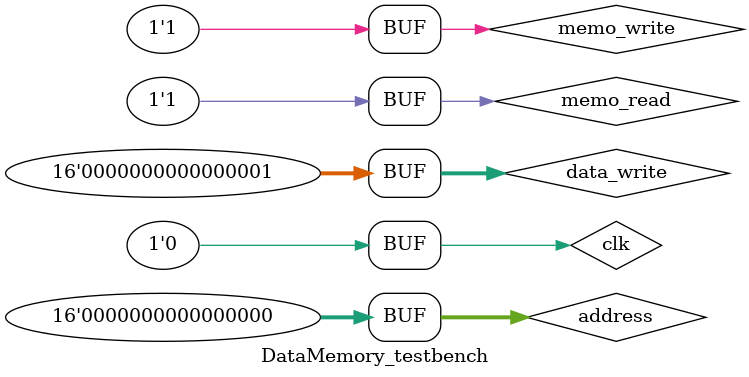
<source format=v>
`timescale 1ns / 1ps

module DataMemory_testbench;

	// Inputs
	reg clk;
	reg [15:0] address;
	reg [15:0] data_write;
	reg memo_read;
	reg memo_write;

	// Outputs
	wire [15:0] data_read;

	// Instantiate the Unit Under Test (UUT)
	DataMemory uut (
		.clk(clk), 
		.address(address), 
		.data_write(data_write), 
		.memo_read(memo_read), 
		.memo_write(memo_write), 
		.data_read(data_read)
	);

	initial begin
		
		clk = 1'b0;
		#20 {clk, address, data_write, memo_read, memo_write} = {1'b1, 16'd0, 16'b1, 1'b0, 1'b1};		
		#20 clk = 1'b0;
		
		#20 {memo_read, address, clk} = {1'b1, 16'd0, 1'b1};
		#20 clk = 1'b0;
	
	end
      
endmodule


</source>
